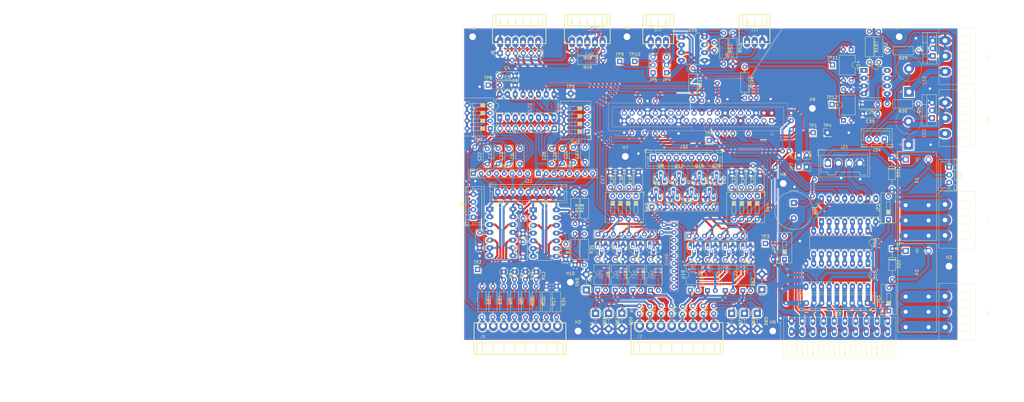
<source format=kicad_pcb>
(kicad_pcb
	(version 20240108)
	(generator "pcbnew")
	(generator_version "8.0")
	(general
		(thickness 1.6)
		(legacy_teardrops no)
	)
	(paper "A4")
	(layers
		(0 "F.Cu" signal)
		(1 "In1.Cu" signal)
		(2 "In2.Cu" signal)
		(31 "B.Cu" signal)
		(32 "B.Adhes" user "B.Adhesive")
		(33 "F.Adhes" user "F.Adhesive")
		(34 "B.Paste" user)
		(35 "F.Paste" user)
		(36 "B.SilkS" user "B.Silkscreen")
		(37 "F.SilkS" user "F.Silkscreen")
		(38 "B.Mask" user)
		(39 "F.Mask" user)
		(40 "Dwgs.User" user "User.Drawings")
		(41 "Cmts.User" user "User.Comments")
		(42 "Eco1.User" user "User.Eco1")
		(43 "Eco2.User" user "User.Eco2")
		(44 "Edge.Cuts" user)
		(45 "Margin" user)
		(46 "B.CrtYd" user "B.Courtyard")
		(47 "F.CrtYd" user "F.Courtyard")
		(48 "B.Fab" user)
		(49 "F.Fab" user)
		(50 "User.1" user)
		(51 "User.2" user)
		(52 "User.3" user)
		(53 "User.4" user)
		(54 "User.5" user)
		(55 "User.6" user)
		(56 "User.7" user)
		(57 "User.8" user)
		(58 "User.9" user)
	)
	(setup
		(stackup
			(layer "F.SilkS"
				(type "Top Silk Screen")
			)
			(layer "F.Paste"
				(type "Top Solder Paste")
			)
			(layer "F.Mask"
				(type "Top Solder Mask")
				(thickness 0.01)
			)
			(layer "F.Cu"
				(type "copper")
				(thickness 0.035)
			)
			(layer "dielectric 1"
				(type "prepreg")
				(thickness 0.1)
				(material "FR4")
				(epsilon_r 4.5)
				(loss_tangent 0.02)
			)
			(layer "In1.Cu"
				(type "copper")
				(thickness 0.035)
			)
			(layer "dielectric 2"
				(type "core")
				(thickness 1.24)
				(material "FR4")
				(epsilon_r 4.5)
				(loss_tangent 0.02)
			)
			(layer "In2.Cu"
				(type "copper")
				(thickness 0.035)
			)
			(layer "dielectric 3"
				(type "prepreg")
				(thickness 0.1)
				(material "FR4")
				(epsilon_r 4.5)
				(loss_tangent 0.02)
			)
			(layer "B.Cu"
				(type "copper")
				(thickness 0.035)
			)
			(layer "B.Mask"
				(type "Bottom Solder Mask")
				(thickness 0.01)
			)
			(layer "B.Paste"
				(type "Bottom Solder Paste")
			)
			(layer "B.SilkS"
				(type "Bottom Silk Screen")
				(color "Red")
			)
			(copper_finish "None")
			(dielectric_constraints no)
		)
		(pad_to_mask_clearance 0)
		(allow_soldermask_bridges_in_footprints no)
		(pcbplotparams
			(layerselection 0x00010fc_ffffffff)
			(plot_on_all_layers_selection 0x0000000_00000000)
			(disableapertmacros no)
			(usegerberextensions no)
			(usegerberattributes yes)
			(usegerberadvancedattributes yes)
			(creategerberjobfile yes)
			(dashed_line_dash_ratio 12.000000)
			(dashed_line_gap_ratio 3.000000)
			(svgprecision 4)
			(plotframeref no)
			(viasonmask no)
			(mode 1)
			(useauxorigin no)
			(hpglpennumber 1)
			(hpglpenspeed 20)
			(hpglpendiameter 15.000000)
			(pdf_front_fp_property_popups yes)
			(pdf_back_fp_property_popups yes)
			(dxfpolygonmode yes)
			(dxfimperialunits yes)
			(dxfusepcbnewfont yes)
			(psnegative no)
			(psa4output no)
			(plotreference yes)
			(plotvalue yes)
			(plotfptext yes)
			(plotinvisibletext no)
			(sketchpadsonfab no)
			(subtractmaskfromsilk no)
			(outputformat 1)
			(mirror no)
			(drillshape 1)
			(scaleselection 1)
			(outputdirectory "")
		)
	)
	(net 0 "")
	(net 1 "+5V")
	(net 2 "/Buzzer")
	(net 3 "GND")
	(net 4 "+3V3")
	(net 5 "/ADC_CH3")
	(net 6 "/ADC_CH1")
	(net 7 "+12V")
	(net 8 "/Dig-IN_1")
	(net 9 "-5V")
	(net 10 "/ADC_CH5")
	(net 11 "/ADC_CH6")
	(net 12 "/ADC_CH0")
	(net 13 "/ADC_CH2")
	(net 14 "/ADC_CH7")
	(net 15 "/ADC_CH4")
	(net 16 "/Dig-IN_2")
	(net 17 "/Dig-IN_3")
	(net 18 "/Dig-IN_4")
	(net 19 "/Dig-IN_5")
	(net 20 "/Dig-IN_6")
	(net 21 "/Dig-IN_7")
	(net 22 "/Dig-IN_8")
	(net 23 "OUT_Digital_1_open-drain")
	(net 24 "Net-(U3C-+)")
	(net 25 "Net-(U3D-+)")
	(net 26 "IN_Analog_6 (0-20mA)")
	(net 27 "IN_Analog_7 (0-20mA)")
	(net 28 "Net-(U9B-+)")
	(net 29 "/OUT_PWM_1_diode")
	(net 30 "/OUT_PWM_2_diode")
	(net 31 "Net-(U9A-+)")
	(net 32 "OUT_Digital_2_open-drain")
	(net 33 "OUT_Digital_3_open-drain")
	(net 34 "OUT_Digital_4_open-drain")
	(net 35 "OUT_Digital_5_open-drain")
	(net 36 "Net-(U3A-+)")
	(net 37 "I2C_SDA")
	(net 38 "RS485_B")
	(net 39 "RS485_A")
	(net 40 "Net-(D50-A1)")
	(net 41 "Net-(D51-A)")
	(net 42 "Net-(D53-A1)")
	(net 43 "Net-(D54-A)")
	(net 44 "Net-(D56-A1)")
	(net 45 "Net-(D57-A)")
	(net 46 "Net-(D59-A1)")
	(net 47 "Net-(D60-A)")
	(net 48 "Net-(D62-A1)")
	(net 49 "Net-(D63-A)")
	(net 50 "Net-(D65-A1)")
	(net 51 "Net-(D66-A)")
	(net 52 "Net-(D68-A1)")
	(net 53 "Net-(D69-A)")
	(net 54 "Net-(D71-A1)")
	(net 55 "Net-(D72-A)")
	(net 56 "unconnected-(J1-ID_SD{slash}GPIO0-Pad27)")
	(net 57 "/SPI_CE0_ADC")
	(net 58 "Net-(J1-3V3-Pad1)")
	(net 59 "/SPI0_miso_ADC")
	(net 60 "/UART_DIR-T")
	(net 61 "/SPI0_mosi_ADC")
	(net 62 "/SPI0_sclk_ADC")
	(net 63 "/UART_TX")
	(net 64 "/SPI1_miso_FREE")
	(net 65 "/SR-OUT_latch")
	(net 66 "/SPI1_mosi_FREE")
	(net 67 "/SR-OUT_clock")
	(net 68 "/SR-OUT_data")
	(net 69 "unconnected-(J1-ID_SC{slash}GPIO1-Pad28)")
	(net 70 "/SPI1_CE_FREE")
	(net 71 "/UART_RX")
	(net 72 "/OUT_PWM_2")
	(net 73 "/SPI1_sclk_FREE")
	(net 74 "/OUT_PWM_1")
	(net 75 "IN_Digital_8")
	(net 76 "IN_Digital_5")
	(net 77 "IN_Digital_2")
	(net 78 "IN_Digital_3")
	(net 79 "IN_Digital_4")
	(net 80 "IN_Digital_6")
	(net 81 "IN_Digital_7")
	(net 82 "IN_Digital_1")
	(net 83 "OUT_Digital_8")
	(net 84 "OUT_Digital_7_open-drain")
	(net 85 "OUT_Digital_2")
	(net 86 "OUT_Digital_4")
	(net 87 "OUT_Digital_5")
	(net 88 "OUT_Digital_6")
	(net 89 "OUT_Digital_3")
	(net 90 "OUT_Digital_7")
	(net 91 "OUT_Digital_8_open-drain")
	(net 92 "OUT_Digital_1")
	(net 93 "OUT_Digital_6_open-drain")
	(net 94 "Net-(J4-Pin_1)")
	(net 95 "Net-(J4-Pin_2)")
	(net 96 "Net-(J4-Pin_3)")
	(net 97 "OUT_Digital_COM_open-drain")
	(net 98 "Net-(J6-Pin_1)")
	(net 99 "Net-(J6-Pin_3)")
	(net 100 "Net-(J6-Pin_2)")
	(net 101 "IN_Analog_1 (0-3.3V)")
	(net 102 "IN_Analog_5 (0-24V)")
	(net 103 "IN_Analog_4 (0-12V)")
	(net 104 "IN_Analog_2 (0-5V)")
	(net 105 "IN_Analog_0 (0-3.3V)")
	(net 106 "IN_Analog_3 (0-5V)")
	(net 107 "Net-(Q1-G)")
	(net 108 "Net-(Q2-G)")
	(net 109 "Net-(Q2-D)")
	(net 110 "Net-(Q5-G)")
	(net 111 "Net-(C17-Pad1)")
	(net 112 "Net-(Q7-G)")
	(net 113 "Net-(Q7-D)")
	(net 114 "Net-(C29-Pad1)")
	(net 115 "Net-(Q9-G)")
	(net 116 "Net-(C30-Pad1)")
	(net 117 "Net-(Q10-G)")
	(net 118 "Net-(Q11-D)")
	(net 119 "Net-(Q11-G)")
	(net 120 "Net-(C31-Pad1)")
	(net 121 "Net-(Q13-G)")
	(net 122 "Net-(Q13-D)")
	(net 123 "Net-(C32-Pad1)")
	(net 124 "Net-(Q15-D)")
	(net 125 "Net-(Q15-G)")
	(net 126 "Net-(C33-Pad1)")
	(net 127 "Net-(Q17-G)")
	(net 128 "Net-(Q17-D)")
	(net 129 "Net-(C34-Pad1)")
	(net 130 "Net-(Q19-D)")
	(net 131 "Net-(Q19-G)")
	(net 132 "Net-(C35-Pad1)")
	(net 133 "Net-(U9C--)")
	(net 134 "Net-(U12-~{OUTA})")
	(net 135 "Net-(U12-~{OUTB})")
	(net 136 "Net-(U12-INB)")
	(net 137 "Net-(R33-Pad1)")
	(net 138 "Net-(U9D--)")
	(net 139 "Net-(U12-INA)")
	(net 140 "Net-(R108-Pad1)")
	(net 141 "unconnected-(U2-QH'-Pad9)")
	(net 142 "unconnected-(U12-NC-Pad8)")
	(net 143 "unconnected-(U12-NC-Pad1)")
	(net 144 "Net-(U3B-+)")
	(net 145 "/LED_analog-CH6")
	(net 146 "/LED_analog-CH2")
	(net 147 "/LED_analog-CH7")
	(net 148 "/LED_analog-CH5")
	(net 149 "/LED_analog-CH0")
	(net 150 "/LED_analog-CH1")
	(net 151 "/LED_analog-CH3")
	(net 152 "/LED_analog-CH4")
	(net 153 "/LED_digital-out_2")
	(net 154 "/LED_digital-out_8")
	(net 155 "/LED_digital-out_6")
	(net 156 "/LED_digital-out_5")
	(net 157 "/LED_digital-out_4")
	(net 158 "/LED_digital-out_7")
	(net 159 "/LED_digital-out_1")
	(net 160 "/LED_digital-out_3")
	(net 161 "/LED_relay-1")
	(net 162 "/LED_PWM-1")
	(net 163 "/LED_PWM-2")
	(net 164 "/LED_relay-2")
	(net 165 "Net-(RN9-R2.2)")
	(net 166 "Net-(RN9-R8.2)")
	(net 167 "Net-(RN9-R7.2)")
	(net 168 "Net-(RN9-R5.2)")
	(net 169 "Net-(RN9-R1.2)")
	(net 170 "Net-(RN9-R6.2)")
	(net 171 "Net-(RN9-R3.2)")
	(net 172 "Net-(RN9-R4.2)")
	(net 173 "/DIP_EN-Filter-ADC3")
	(net 174 "/DIP_EN-Filter-ADC1")
	(net 175 "/DIP_EN-Filter-ADC5")
	(net 176 "/DIP_EN-Filter-ADC6")
	(net 177 "/DIP_EN-Filter-ADC0")
	(net 178 "/DIP_EN-Filter-ADC2")
	(net 179 "/DIP_EN-Filter-ADC7")
	(net 180 "/DIP_EN-Filter-ADC4")
	(net 181 "I2C_SCL")
	(net 182 "Net-(J10-Pin_2)")
	(net 183 "Net-(J10-Pin_1)")
	(net 184 "Net-(JP4-A)")
	(net 185 "Net-(JP5-A)")
	(net 186 "Net-(JP6-A)")
	(net 187 "+5VP")
	(net 188 "+3V3P")
	(footprint "Connector_JST:JST_XH_B9B-XH-A_1x09_P2.50mm_Vertical" (layer "F.Cu") (at 98.7044 69.9008))
	(footprint "Resistor_THT:R_Axial_DIN0207_L6.3mm_D2.5mm_P2.54mm_Vertical" (layer "F.Cu") (at 118.646 34.699 90))
	(footprint "Button_Switch_THT:SW_DIP_SPSTx04_Slide_9.78x12.34mm_W7.62mm_P2.54mm" (layer "F.Cu") (at 45.2845 60.36 180))
	(footprint "Package_TO_SOT_THT:TO-92_HandSolder" (layer "F.Cu") (at 98.2726 82.4186))
	(footprint "Package_DIP:DIP-4_W10.16mm" (layer "F.Cu") (at 160.932 57.706 90))
	(footprint "Button_Switch_THT:SW_DIP_SPSTx01_Slide_9.78x4.72mm_W7.62mm_P2.54mm" (layer "F.Cu") (at 141.633 103.2365 90))
	(footprint "Relay_THT:Relay_SPDT_Omron_G2RL-1-E" (layer "F.Cu") (at 181.317 70.493))
	(footprint "Resistor_THT:R_Axial_DIN0207_L6.3mm_D2.5mm_P10.16mm_Horizontal" (layer "F.Cu") (at 66.957 112.0587 -90))
	(footprint "Package_DIP:DIP-8_W7.62mm_LongPads" (layer "F.Cu") (at 107.851 30.381))
	(footprint "Diode_THT:D_DO-15_P5.08mm_Vertical_AnodeUp" (layer "F.Cu") (at 76.708 113.284 90))
	(footprint "custom-footprints1:WAGO 713-1430 MINI HD Stiftleiste gewinkelt 2x10-polig, RM 3,5" (layer "F.Cu") (at 159.695 127.901))
	(footprint "Resistor_THT:R_Array_SIP8" (layer "F.Cu") (at 80.536 95.01305))
	(footprint "Resistor_THT:R_Axial_DIN0207_L6.3mm_D2.5mm_P10.16mm_Horizontal" (layer "F.Cu") (at 60.353 112.0587 -90))
	(footprint "Capacitor_THT:C_Disc_D7.0mm_W2.5mm_P5.00mm" (layer "F.Cu") (at 41.811 94.516 -90))
	(footprint "Package_DIP:DIP-4_W10.16mm" (layer "F.Cu") (at 86.2052 113.37185 90))
	(footprint "Capacitor_THT:C_Disc_D7.0mm_W2.5mm_P5.00mm" (layer "F.Cu") (at 47.867 71.899685 90))
	(footprint "Capacitor_THT:C_Disc_D7.0mm_W2.5mm_P5.00mm" (layer "F.Cu") (at 124.46 79.66335 90))
	(footprint "Capacitor_THT:C_Disc_D7.0mm_W2.5mm_P5.00mm" (layer "F.Cu") (at 93.7722 79.58085 90))
	(footprint "custom-footprints1:MountingHole_2.2mm_NPTH-with-pad" (layer "F.Cu") (at 141.224 78.359))
	(footprint "Capacitor_THT:C_Disc_D7.0mm_W2.5mm_P5.00mm" (layer "F.Cu") (at 87.6762 79.58085 90))
	(footprint "Resistor_THT:R_Axial_DIN0207_L6.3mm_D2.5mm_P2.54mm_Vertical" (layer "F.Cu") (at 108.2574 121.2404 90))
	(footprint "Package_DIP:DIP-4_W10.16mm" (layer "F.Cu") (at 116.4412 113.47785 90))
	(footprint "Capacitor_THT:C_Disc_D7.0mm_W2.5mm_P5.00mm" (layer "F.Cu") (at 68.949 71.842 90))
	(footprint "Package_TO_SOT_THT:TO-92_HandSolder" (layer "F.Cu") (at 100.0278 98.84405 180))
	(footprint "Connector_JST:JST_XH_B4B-XH-A_1x04_P2.50mm_Vertical" (layer "F.Cu") (at 39.762 89.436 90))
	(footprint "Resistor_THT:R_Axial_DIN0207_L6.3mm_D2.5mm_P2.54mm_Vertical" (layer "F.Cu") (at 114.963 121.059 90))
	(footprint "Resistor_THT:R_Axial_DIN0207_L6.3mm_D2.5mm_P10.16mm_Horizontal" (layer "F.Cu") (at 185.448 52.225 180))
	(footprint "Resistor_THT:R_Axial_DIN0207_L6.3mm_D2.5mm_P10.16mm_Horizontal"
		(layer "F.Cu")
		(uuid "22560aed-cde0-4746-90bf-93e3d8c73d7b")
		(at 172.494 28.476 -90)
		(descr "Resistor, Axial_DIN0207 series, Axial, Horizontal, pin pitch=10.16mm, 0.25W = 1/4W, length*diameter=6.3*2.5mm^2, http://cdn-reichelt.de/documents/datenblatt/B400/1_4W%23YAG.pdf")
		(tags "Resistor Axial_DIN0207 series Axial Horizontal pin pitch 10.16mm 0.25W = 1/4W length 6.3mm diameter 2.5mm")
		(property "Reference" "R32"
			(at 5.08 -2.37 90)
			(layer "F.SilkS")
			(uuid "ee2bb102-3a29-4c57-a595-1ca81a78f8e0")
			(effects
				(font
					(size 1 1)
					(thickness 0.15)
				)
			)
		)
		(property "Value" "4k7"
			(at 5.08 2.37 90)
			(layer "F.Fab")
			(uuid "638ca59b-de9a-4b0c-8a58-1221f0a91deb")
			(effects
				(font
					(size 1 1)
					(thickness 0.15)
				)
			)
		)
		(property "Footprint" "Resistor_THT:R_Axial_DIN0207_L6.3mm_D2.5mm_P10.16mm_Horizontal"
			(at 0 0 -90)
			(unlocked yes)
			(layer "F.Fab")
			(hide yes)
			(uuid "39d01a83-6ef4-4008-aaee-7d430d53f281")
			(effects
				(font
					(size 1.27 1.27)
					(thickness 0.15)
				)
			)
		)
		(property "Datasheet" "sortiment"
			(at 0 0 -90)
			(unlocked yes)
			(layer "F.Fab")
			(hide yes)
			(uuid "0988fd8d-5ec0-486e-b0ca-78eea3c12963")
			(effects
				(font
					(size 1.27 1.27)
					(thickness 0.15)
				)
			)
		)
		(property "Description" "Resistor"
			(at 0 0 -90)
			(unlocked yes)
			(layer "F.Fab")
			(hide yes)
			(uuid "81fdb6f0-fab4-4a3d-af8b-94aa47282db9")
			(effects
				(font
					(size 1.27 1.27)
					(thickness 0.15)
				)
			)
		)
		(property ki_fp_filters "R_*")
		(path "/c6fe806f-6933-468f-8f26-bbd8f04165ed")
		(sheetname "Root")
		(sheetfile "pi-interface-board_v1.0.kicad_sch")
		(attr through_hole)
		(fp_line
			(start 1.81 1.37)
			(end 8.35 1.37)
			(stroke
				(width 0.12)
				(type solid)
			)
			(layer "F.SilkS")
			(uuid "4139bb89-0c7f-40fe-b9da-7c5e569d0620")
		)
		(fp_line
			(start 8.35 1.37)
			(end 8.35 -1.37)
			(stroke
				(width 0.12)
				(type solid)
			)
			(layer "F.SilkS")
			(uuid "1f70aa22-0d3e-4047-930e-6680ac955d50")
		)
		(fp_line
			(start 1.04 0)
			(end 1.81 0)
			(stroke
				(width 0.12)
				(type solid)
			)
			(layer "F.SilkS")
			(uuid "58ce9669-a7a0-4137-96e2-0a330b57c615")
		)
		(fp_line
			(start 9.12 0)
			(end 8.35 0)
			(stroke
				(width 0.12)
				(type solid)
			)
			(layer "F.SilkS")
			(uuid "fcf50f7c-07f5-4a7a-8b76-ec0387df93fd")
		)
		(fp_line
			(start 1.81 -1.37)
			(end 1.81 1.37)
			(stroke
				(width 0.12)
				(type solid)
			)
			(layer "F.SilkS")
			(uuid "3871539e-3994-424e-bb93-a0dc2c66627f")
		)
		(fp_line
			(start 8.35 -1.37)
			(end 1.81 -1.37)
			(stroke
				(width 0.12)
				(type solid)
			)
			(layer "F.SilkS")
			(uuid "793594cf-ac3d-415d-89ac-b289632d8a28")
		)
		(fp_line
			(start -1.05 1.5)
			(end 11.21 1.5)
			(stroke
				(width 0.05)
				(type solid)
			)
			(layer "F.CrtYd")
			(uuid "5e672922-dfc5-4dec-bb88-042ecc657019")
		)
		(fp_line
			(start 11.21 1.5)
			(end 11.21 -1.5)
			(stroke
				(width 0.05)
				(type solid)
			)
			(layer "F.CrtYd")
			(uuid "9e8421ad-f2ec-4266-a296-5d60d4cedec2")
		)
		(fp_line
			(start -1.05 -1.5)
			(end -1.05 1.5)
			(stroke
				(width 0.05)
				(type solid)
			)
			(layer "F.CrtYd")
			(uuid "bc6ee9b5-f5e6-478d-a28e-ef6864e195ca")
		)
		(fp_line
			(start 11.21 -1.5)
			(end -1.05 -1.5)
			(stroke
				(width 0.05)
				(type solid)
			)
			(layer "F.CrtYd")
			(uuid "bf797601-f552-44b1-8151-978c85d73ce2")
		)
		(fp_line
			(start 1.93 1.25)
			(end 8.23 1.25)
			(stroke
				(width 0.1)
				(type solid)
			)
			(layer "F.Fab")
			(uuid "3c5024c7-02eb-4bdd-9ef4-854eda5874b3")
		)
		(fp_line
			(start 8.23 1.25)
			(end 8.23 -1.25)
			(stroke
				(width 0.1)
				(type solid)
			)
			(layer "F.Fab")
			(uuid "073e1983-859b-4e63-b7f7-3de2140bc4e6")
		)
		(fp_line
			(start 0 0)
			(end 1.93 0)
			(stroke
				(width 0.1)
				(type solid)
			)
			(layer "F.Fab")
			(uuid "e157fadd-0c60-47cb-8798-c2256717dd99")
		)
		(fp_line
			(start 10.16 0)
			(end 8.23 0)
			(stroke
				(width 0.1)
				(type solid)
			)
			(layer "F.Fab")
			(uuid "c86d6ced-6ed5-40db-b530-b8c136f55d3f")
		)
		(fp_line
			(start 1.93 -1.25)
			(end 1.93 1.25)
			(stroke
				(width 0.1)
				(type solid)
			)
			(layer "F.Fab")
			(uuid "97ace1f8-1541-4fa4-bf6b-9de82e185bbd")
		)
		(fp_line
			(start 8.23 -1.25)
			(end 1.93 -1.25)
			(stroke
				(width 0.1)
				(type solid)
			)
			(layer "F.Fab")
			(uuid "e25143e4-3525-40b2-aa6a-822f3af71cea
... [2770883 chars truncated]
</source>
